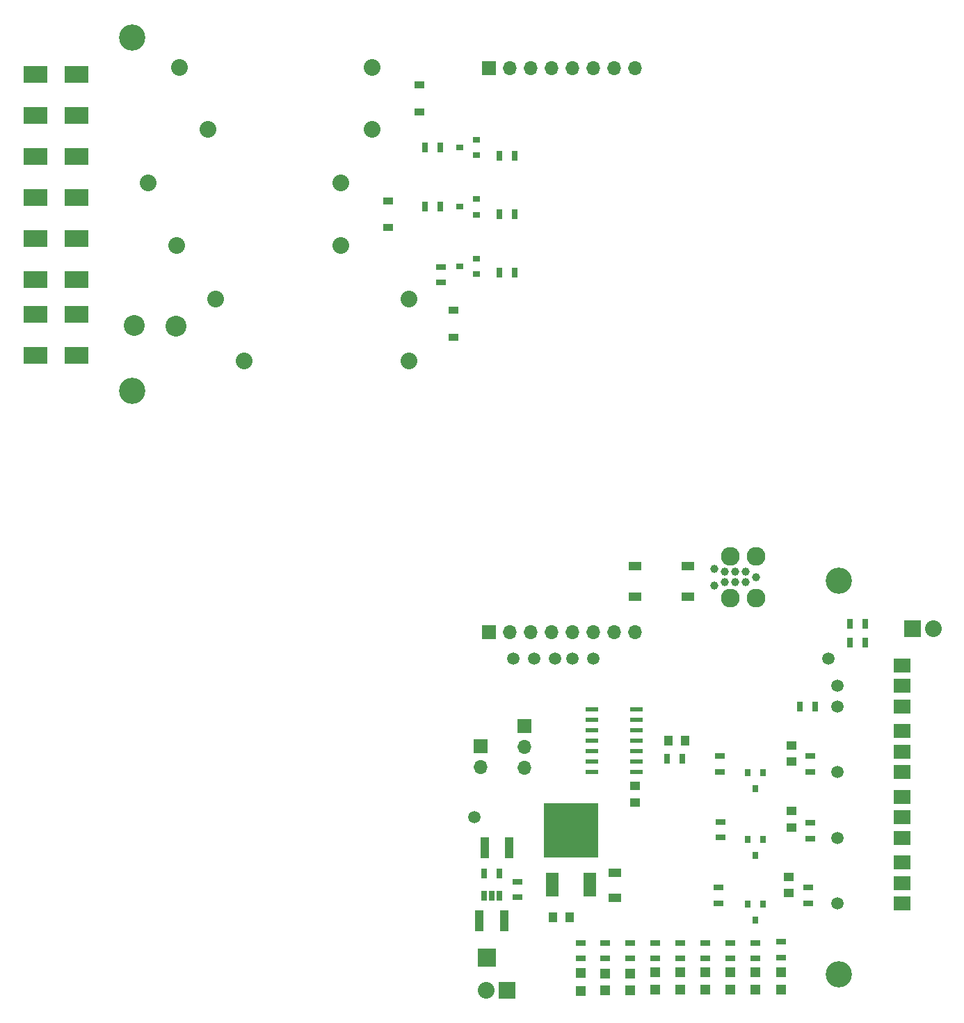
<source format=gbr>
G04 #@! TF.FileFunction,Soldermask,Top*
%FSLAX46Y46*%
G04 Gerber Fmt 4.6, Leading zero omitted, Abs format (unit mm)*
G04 Created by KiCad (PCBNEW 4.0.2-4+6225~38~ubuntu14.04.1-stable) date Thu 30 Mar 2017 04:29:04 PM CEST*
%MOMM*%
G01*
G04 APERTURE LIST*
%ADD10C,0.100000*%
%ADD11C,1.500000*%
%ADD12R,1.500000X0.600000*%
%ADD13R,1.300000X0.700000*%
%ADD14R,1.198880X1.198880*%
%ADD15R,1.250000X1.000000*%
%ADD16R,1.000000X1.250000*%
%ADD17R,1.000000X2.500000*%
%ADD18R,1.220000X0.910000*%
%ADD19R,2.032000X2.032000*%
%ADD20O,2.032000X2.032000*%
%ADD21R,0.800000X0.900000*%
%ADD22R,0.900000X0.800000*%
%ADD23R,0.700000X1.300000*%
%ADD24R,1.600000X1.000000*%
%ADD25R,0.740000X1.190000*%
%ADD26R,2.235200X2.235200*%
%ADD27C,3.200000*%
%ADD28R,2.000000X1.700000*%
%ADD29R,1.700000X1.700000*%
%ADD30O,1.700000X1.700000*%
%ADD31C,2.032000*%
%ADD32C,2.540000*%
%ADD33R,6.700000X6.700000*%
%ADD34R,1.600000X3.000000*%
%ADD35R,3.000000X2.000000*%
%ADD36C,0.990600*%
%ADD37C,2.286000*%
%ADD38R,1.200000X1.200000*%
G04 APERTURE END LIST*
D10*
D11*
X104521000Y-135382000D03*
D12*
X114460000Y-149225000D03*
X114460000Y-147955000D03*
X114460000Y-146685000D03*
X114460000Y-145415000D03*
X114460000Y-144145000D03*
X114460000Y-142875000D03*
X114460000Y-141605000D03*
X109060000Y-141605000D03*
X109060000Y-142875000D03*
X109060000Y-144145000D03*
X109060000Y-145415000D03*
X109060000Y-146685000D03*
X109060000Y-147955000D03*
X109060000Y-149225000D03*
D13*
X116713000Y-169992000D03*
X116713000Y-171892000D03*
D14*
X116713000Y-173575980D03*
X116713000Y-175674020D03*
D15*
X114300000Y-150892000D03*
X114300000Y-152892000D03*
D16*
X104283000Y-166878000D03*
X106283000Y-166878000D03*
D17*
X95337500Y-167322500D03*
X98337500Y-167322500D03*
X95972500Y-158432500D03*
X98972500Y-158432500D03*
D15*
X132969000Y-163941000D03*
X132969000Y-161941000D03*
X133350000Y-155940000D03*
X133350000Y-153940000D03*
X133350000Y-147939000D03*
X133350000Y-145939000D03*
D14*
X110617000Y-173702980D03*
X110617000Y-175801020D03*
X113665000Y-173702980D03*
X113665000Y-175801020D03*
X125857000Y-173575980D03*
X125857000Y-175674020D03*
X128905000Y-173575980D03*
X128905000Y-175674020D03*
X132080000Y-173575980D03*
X132080000Y-175674020D03*
D18*
X88011000Y-68818000D03*
X88011000Y-65548000D03*
X84201000Y-82915000D03*
X84201000Y-79645000D03*
X92202000Y-96250000D03*
X92202000Y-92980000D03*
D19*
X98679000Y-175768000D03*
D20*
X96139000Y-175768000D03*
D19*
X148031200Y-131775200D03*
D20*
X150571200Y-131775200D03*
D21*
X129855000Y-165243000D03*
X127955000Y-165243000D03*
X128905000Y-167243000D03*
X129855000Y-157369000D03*
X127955000Y-157369000D03*
X128905000Y-159369000D03*
X129855000Y-149241000D03*
X127955000Y-149241000D03*
X128905000Y-151241000D03*
D22*
X94980000Y-74102000D03*
X94980000Y-72202000D03*
X92980000Y-73152000D03*
X94980000Y-81341000D03*
X94980000Y-79441000D03*
X92980000Y-80391000D03*
X94980000Y-88580000D03*
X94980000Y-86680000D03*
X92980000Y-87630000D03*
D23*
X118176000Y-147574000D03*
X120076000Y-147574000D03*
X136205000Y-141224000D03*
X134305000Y-141224000D03*
X140401000Y-131191000D03*
X142301000Y-131191000D03*
X140401000Y-133477000D03*
X142301000Y-133477000D03*
D13*
X100012500Y-164462500D03*
X100012500Y-162562500D03*
X110617000Y-169992000D03*
X110617000Y-171892000D03*
X113665000Y-169992000D03*
X113665000Y-171892000D03*
X124460000Y-163261000D03*
X124460000Y-165161000D03*
X124714000Y-155260000D03*
X124714000Y-157160000D03*
X124587000Y-147259000D03*
X124587000Y-149159000D03*
X125857000Y-171892000D03*
X125857000Y-169992000D03*
X128905000Y-171892000D03*
X128905000Y-169992000D03*
X132080000Y-171765000D03*
X132080000Y-169865000D03*
X135382000Y-165161000D03*
X135382000Y-163261000D03*
X135636000Y-157287000D03*
X135636000Y-155387000D03*
X135636000Y-149159000D03*
X135636000Y-147259000D03*
D23*
X97729000Y-74168000D03*
X99629000Y-74168000D03*
X97729000Y-81280000D03*
X99629000Y-81280000D03*
X97729000Y-88392000D03*
X99629000Y-88392000D03*
X88712000Y-73152000D03*
X90612000Y-73152000D03*
X88712000Y-80391000D03*
X90612000Y-80391000D03*
D13*
X90678000Y-89596000D03*
X90678000Y-87696000D03*
D24*
X120675000Y-127884000D03*
X114275000Y-127884000D03*
X120675000Y-124084000D03*
X114275000Y-124084000D03*
D11*
X137795000Y-135382000D03*
X138938000Y-138684000D03*
X138938000Y-141224000D03*
X94742000Y-154686000D03*
X138938000Y-165227000D03*
X138938000Y-157226000D03*
X138938000Y-149225000D03*
D25*
X95887500Y-161527500D03*
X97787500Y-161527500D03*
X96837500Y-164227500D03*
X95887500Y-164227500D03*
X97787500Y-164227500D03*
D14*
X119761000Y-173575980D03*
X119761000Y-175674020D03*
X122809000Y-173575980D03*
X122809000Y-175674020D03*
D13*
X119761000Y-169992000D03*
X119761000Y-171892000D03*
X122809000Y-169992000D03*
X122809000Y-171892000D03*
D26*
X96266000Y-171831000D03*
D11*
X99441000Y-135382000D03*
X101981000Y-135382000D03*
D27*
X53086000Y-59780000D03*
D24*
X111810800Y-164491800D03*
X111810800Y-161491800D03*
D27*
X53086000Y-102780000D03*
X139086000Y-125860000D03*
X139086000Y-173860000D03*
D16*
X118380000Y-145415000D03*
X120380000Y-145415000D03*
D28*
X146812000Y-141224000D03*
X146812000Y-138724000D03*
X146812000Y-136224000D03*
X146812000Y-144224000D03*
X146812000Y-146724000D03*
X146812000Y-149224000D03*
X146812000Y-152224000D03*
X146812000Y-154724000D03*
X146812000Y-157224000D03*
X146812000Y-160224000D03*
X146812000Y-162724000D03*
X146812000Y-165224000D03*
D29*
X96520000Y-132207000D03*
D30*
X99060000Y-132207000D03*
X101600000Y-132207000D03*
X104140000Y-132207000D03*
X106680000Y-132207000D03*
X109220000Y-132207000D03*
X111760000Y-132207000D03*
X114300000Y-132207000D03*
D29*
X96520000Y-63500000D03*
D30*
X99060000Y-63500000D03*
X101600000Y-63500000D03*
X104140000Y-63500000D03*
X106680000Y-63500000D03*
X109220000Y-63500000D03*
X111760000Y-63500000D03*
X114300000Y-63500000D03*
D11*
X106680000Y-135382000D03*
X109220000Y-135382000D03*
D31*
X86730000Y-91577000D03*
X86730000Y-99177000D03*
X66730000Y-99177000D03*
X63230000Y-91577000D03*
X78475000Y-77480000D03*
X78475000Y-85080000D03*
X58475000Y-85080000D03*
X54975000Y-77480000D03*
X82285000Y-63383000D03*
X82285000Y-70983000D03*
X62285000Y-70983000D03*
X58785000Y-63383000D03*
D32*
X53340000Y-94869000D03*
X58420000Y-94879160D03*
D33*
X106502200Y-156286200D03*
D34*
X108802200Y-162936200D03*
X104202200Y-162936200D03*
D35*
X41275000Y-93472000D03*
X41275000Y-98472000D03*
X46275000Y-98472000D03*
X46275000Y-93472000D03*
X41275000Y-64262000D03*
X41275000Y-69262000D03*
X41275000Y-74262000D03*
X41275000Y-79262000D03*
X41275000Y-84262000D03*
X41275000Y-89262000D03*
X46275000Y-89262000D03*
X46275000Y-84262000D03*
X46275000Y-79262000D03*
X46275000Y-74262000D03*
X46275000Y-69262000D03*
X46275000Y-64262000D03*
D36*
X127762000Y-124841000D03*
X127762000Y-126111000D03*
X126492000Y-124841000D03*
X126492000Y-126111000D03*
X125222000Y-124841000D03*
X125222000Y-126111000D03*
X123952000Y-126492000D03*
X123952000Y-124460000D03*
X129032000Y-125476000D03*
D37*
X129032000Y-128016000D03*
X129032000Y-122936000D03*
X125857000Y-128016000D03*
X125857000Y-122936000D03*
D29*
X95504000Y-146050000D03*
D30*
X95504000Y-148590000D03*
D38*
X107696000Y-173652000D03*
X107696000Y-175852000D03*
D29*
X100812600Y-143586200D03*
D30*
X100812600Y-146126200D03*
X100812600Y-148666200D03*
D13*
X107696000Y-171892000D03*
X107696000Y-169992000D03*
M02*

</source>
